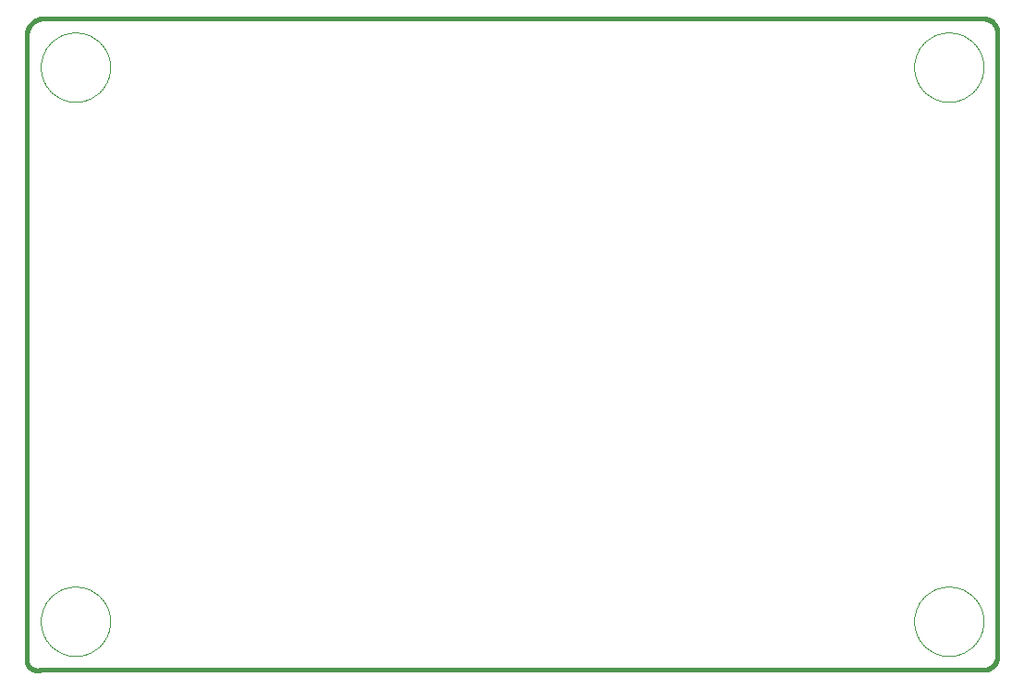
<source format=gbo>
G75*
%MOIN*%
%OFA0B0*%
%FSLAX25Y25*%
%IPPOS*%
%LPD*%
%AMOC8*
5,1,8,0,0,1.08239X$1,22.5*
%
%ADD10C,0.00100*%
%ADD11C,0.01600*%
D10*
X0022500Y0019503D02*
X0022504Y0019810D01*
X0022515Y0020116D01*
X0022534Y0020423D01*
X0022560Y0020728D01*
X0022594Y0021033D01*
X0022635Y0021337D01*
X0022684Y0021640D01*
X0022740Y0021942D01*
X0022804Y0022242D01*
X0022875Y0022540D01*
X0022953Y0022837D01*
X0023038Y0023132D01*
X0023131Y0023424D01*
X0023231Y0023714D01*
X0023338Y0024002D01*
X0023452Y0024287D01*
X0023572Y0024569D01*
X0023700Y0024847D01*
X0023835Y0025123D01*
X0023976Y0025395D01*
X0024124Y0025664D01*
X0024278Y0025929D01*
X0024439Y0026190D01*
X0024607Y0026448D01*
X0024780Y0026701D01*
X0024960Y0026949D01*
X0025146Y0027193D01*
X0025337Y0027433D01*
X0025535Y0027668D01*
X0025738Y0027897D01*
X0025947Y0028122D01*
X0026161Y0028342D01*
X0026381Y0028556D01*
X0026606Y0028765D01*
X0026835Y0028968D01*
X0027070Y0029166D01*
X0027310Y0029357D01*
X0027554Y0029543D01*
X0027802Y0029723D01*
X0028055Y0029896D01*
X0028313Y0030064D01*
X0028574Y0030225D01*
X0028839Y0030379D01*
X0029108Y0030527D01*
X0029380Y0030668D01*
X0029656Y0030803D01*
X0029934Y0030931D01*
X0030216Y0031051D01*
X0030501Y0031165D01*
X0030789Y0031272D01*
X0031079Y0031372D01*
X0031371Y0031465D01*
X0031666Y0031550D01*
X0031963Y0031628D01*
X0032261Y0031699D01*
X0032561Y0031763D01*
X0032863Y0031819D01*
X0033166Y0031868D01*
X0033470Y0031909D01*
X0033775Y0031943D01*
X0034080Y0031969D01*
X0034387Y0031988D01*
X0034693Y0031999D01*
X0035000Y0032003D01*
X0035307Y0031999D01*
X0035613Y0031988D01*
X0035920Y0031969D01*
X0036225Y0031943D01*
X0036530Y0031909D01*
X0036834Y0031868D01*
X0037137Y0031819D01*
X0037439Y0031763D01*
X0037739Y0031699D01*
X0038037Y0031628D01*
X0038334Y0031550D01*
X0038629Y0031465D01*
X0038921Y0031372D01*
X0039211Y0031272D01*
X0039499Y0031165D01*
X0039784Y0031051D01*
X0040066Y0030931D01*
X0040344Y0030803D01*
X0040620Y0030668D01*
X0040892Y0030527D01*
X0041161Y0030379D01*
X0041426Y0030225D01*
X0041687Y0030064D01*
X0041945Y0029896D01*
X0042198Y0029723D01*
X0042446Y0029543D01*
X0042690Y0029357D01*
X0042930Y0029166D01*
X0043165Y0028968D01*
X0043394Y0028765D01*
X0043619Y0028556D01*
X0043839Y0028342D01*
X0044053Y0028122D01*
X0044262Y0027897D01*
X0044465Y0027668D01*
X0044663Y0027433D01*
X0044854Y0027193D01*
X0045040Y0026949D01*
X0045220Y0026701D01*
X0045393Y0026448D01*
X0045561Y0026190D01*
X0045722Y0025929D01*
X0045876Y0025664D01*
X0046024Y0025395D01*
X0046165Y0025123D01*
X0046300Y0024847D01*
X0046428Y0024569D01*
X0046548Y0024287D01*
X0046662Y0024002D01*
X0046769Y0023714D01*
X0046869Y0023424D01*
X0046962Y0023132D01*
X0047047Y0022837D01*
X0047125Y0022540D01*
X0047196Y0022242D01*
X0047260Y0021942D01*
X0047316Y0021640D01*
X0047365Y0021337D01*
X0047406Y0021033D01*
X0047440Y0020728D01*
X0047466Y0020423D01*
X0047485Y0020116D01*
X0047496Y0019810D01*
X0047500Y0019503D01*
X0047496Y0019196D01*
X0047485Y0018890D01*
X0047466Y0018583D01*
X0047440Y0018278D01*
X0047406Y0017973D01*
X0047365Y0017669D01*
X0047316Y0017366D01*
X0047260Y0017064D01*
X0047196Y0016764D01*
X0047125Y0016466D01*
X0047047Y0016169D01*
X0046962Y0015874D01*
X0046869Y0015582D01*
X0046769Y0015292D01*
X0046662Y0015004D01*
X0046548Y0014719D01*
X0046428Y0014437D01*
X0046300Y0014159D01*
X0046165Y0013883D01*
X0046024Y0013611D01*
X0045876Y0013342D01*
X0045722Y0013077D01*
X0045561Y0012816D01*
X0045393Y0012558D01*
X0045220Y0012305D01*
X0045040Y0012057D01*
X0044854Y0011813D01*
X0044663Y0011573D01*
X0044465Y0011338D01*
X0044262Y0011109D01*
X0044053Y0010884D01*
X0043839Y0010664D01*
X0043619Y0010450D01*
X0043394Y0010241D01*
X0043165Y0010038D01*
X0042930Y0009840D01*
X0042690Y0009649D01*
X0042446Y0009463D01*
X0042198Y0009283D01*
X0041945Y0009110D01*
X0041687Y0008942D01*
X0041426Y0008781D01*
X0041161Y0008627D01*
X0040892Y0008479D01*
X0040620Y0008338D01*
X0040344Y0008203D01*
X0040066Y0008075D01*
X0039784Y0007955D01*
X0039499Y0007841D01*
X0039211Y0007734D01*
X0038921Y0007634D01*
X0038629Y0007541D01*
X0038334Y0007456D01*
X0038037Y0007378D01*
X0037739Y0007307D01*
X0037439Y0007243D01*
X0037137Y0007187D01*
X0036834Y0007138D01*
X0036530Y0007097D01*
X0036225Y0007063D01*
X0035920Y0007037D01*
X0035613Y0007018D01*
X0035307Y0007007D01*
X0035000Y0007003D01*
X0034693Y0007007D01*
X0034387Y0007018D01*
X0034080Y0007037D01*
X0033775Y0007063D01*
X0033470Y0007097D01*
X0033166Y0007138D01*
X0032863Y0007187D01*
X0032561Y0007243D01*
X0032261Y0007307D01*
X0031963Y0007378D01*
X0031666Y0007456D01*
X0031371Y0007541D01*
X0031079Y0007634D01*
X0030789Y0007734D01*
X0030501Y0007841D01*
X0030216Y0007955D01*
X0029934Y0008075D01*
X0029656Y0008203D01*
X0029380Y0008338D01*
X0029108Y0008479D01*
X0028839Y0008627D01*
X0028574Y0008781D01*
X0028313Y0008942D01*
X0028055Y0009110D01*
X0027802Y0009283D01*
X0027554Y0009463D01*
X0027310Y0009649D01*
X0027070Y0009840D01*
X0026835Y0010038D01*
X0026606Y0010241D01*
X0026381Y0010450D01*
X0026161Y0010664D01*
X0025947Y0010884D01*
X0025738Y0011109D01*
X0025535Y0011338D01*
X0025337Y0011573D01*
X0025146Y0011813D01*
X0024960Y0012057D01*
X0024780Y0012305D01*
X0024607Y0012558D01*
X0024439Y0012816D01*
X0024278Y0013077D01*
X0024124Y0013342D01*
X0023976Y0013611D01*
X0023835Y0013883D01*
X0023700Y0014159D01*
X0023572Y0014437D01*
X0023452Y0014719D01*
X0023338Y0015004D01*
X0023231Y0015292D01*
X0023131Y0015582D01*
X0023038Y0015874D01*
X0022953Y0016169D01*
X0022875Y0016466D01*
X0022804Y0016764D01*
X0022740Y0017064D01*
X0022684Y0017366D01*
X0022635Y0017669D01*
X0022594Y0017973D01*
X0022560Y0018278D01*
X0022534Y0018583D01*
X0022515Y0018890D01*
X0022504Y0019196D01*
X0022500Y0019503D01*
X0022500Y0219503D02*
X0022504Y0219810D01*
X0022515Y0220116D01*
X0022534Y0220423D01*
X0022560Y0220728D01*
X0022594Y0221033D01*
X0022635Y0221337D01*
X0022684Y0221640D01*
X0022740Y0221942D01*
X0022804Y0222242D01*
X0022875Y0222540D01*
X0022953Y0222837D01*
X0023038Y0223132D01*
X0023131Y0223424D01*
X0023231Y0223714D01*
X0023338Y0224002D01*
X0023452Y0224287D01*
X0023572Y0224569D01*
X0023700Y0224847D01*
X0023835Y0225123D01*
X0023976Y0225395D01*
X0024124Y0225664D01*
X0024278Y0225929D01*
X0024439Y0226190D01*
X0024607Y0226448D01*
X0024780Y0226701D01*
X0024960Y0226949D01*
X0025146Y0227193D01*
X0025337Y0227433D01*
X0025535Y0227668D01*
X0025738Y0227897D01*
X0025947Y0228122D01*
X0026161Y0228342D01*
X0026381Y0228556D01*
X0026606Y0228765D01*
X0026835Y0228968D01*
X0027070Y0229166D01*
X0027310Y0229357D01*
X0027554Y0229543D01*
X0027802Y0229723D01*
X0028055Y0229896D01*
X0028313Y0230064D01*
X0028574Y0230225D01*
X0028839Y0230379D01*
X0029108Y0230527D01*
X0029380Y0230668D01*
X0029656Y0230803D01*
X0029934Y0230931D01*
X0030216Y0231051D01*
X0030501Y0231165D01*
X0030789Y0231272D01*
X0031079Y0231372D01*
X0031371Y0231465D01*
X0031666Y0231550D01*
X0031963Y0231628D01*
X0032261Y0231699D01*
X0032561Y0231763D01*
X0032863Y0231819D01*
X0033166Y0231868D01*
X0033470Y0231909D01*
X0033775Y0231943D01*
X0034080Y0231969D01*
X0034387Y0231988D01*
X0034693Y0231999D01*
X0035000Y0232003D01*
X0035307Y0231999D01*
X0035613Y0231988D01*
X0035920Y0231969D01*
X0036225Y0231943D01*
X0036530Y0231909D01*
X0036834Y0231868D01*
X0037137Y0231819D01*
X0037439Y0231763D01*
X0037739Y0231699D01*
X0038037Y0231628D01*
X0038334Y0231550D01*
X0038629Y0231465D01*
X0038921Y0231372D01*
X0039211Y0231272D01*
X0039499Y0231165D01*
X0039784Y0231051D01*
X0040066Y0230931D01*
X0040344Y0230803D01*
X0040620Y0230668D01*
X0040892Y0230527D01*
X0041161Y0230379D01*
X0041426Y0230225D01*
X0041687Y0230064D01*
X0041945Y0229896D01*
X0042198Y0229723D01*
X0042446Y0229543D01*
X0042690Y0229357D01*
X0042930Y0229166D01*
X0043165Y0228968D01*
X0043394Y0228765D01*
X0043619Y0228556D01*
X0043839Y0228342D01*
X0044053Y0228122D01*
X0044262Y0227897D01*
X0044465Y0227668D01*
X0044663Y0227433D01*
X0044854Y0227193D01*
X0045040Y0226949D01*
X0045220Y0226701D01*
X0045393Y0226448D01*
X0045561Y0226190D01*
X0045722Y0225929D01*
X0045876Y0225664D01*
X0046024Y0225395D01*
X0046165Y0225123D01*
X0046300Y0224847D01*
X0046428Y0224569D01*
X0046548Y0224287D01*
X0046662Y0224002D01*
X0046769Y0223714D01*
X0046869Y0223424D01*
X0046962Y0223132D01*
X0047047Y0222837D01*
X0047125Y0222540D01*
X0047196Y0222242D01*
X0047260Y0221942D01*
X0047316Y0221640D01*
X0047365Y0221337D01*
X0047406Y0221033D01*
X0047440Y0220728D01*
X0047466Y0220423D01*
X0047485Y0220116D01*
X0047496Y0219810D01*
X0047500Y0219503D01*
X0047496Y0219196D01*
X0047485Y0218890D01*
X0047466Y0218583D01*
X0047440Y0218278D01*
X0047406Y0217973D01*
X0047365Y0217669D01*
X0047316Y0217366D01*
X0047260Y0217064D01*
X0047196Y0216764D01*
X0047125Y0216466D01*
X0047047Y0216169D01*
X0046962Y0215874D01*
X0046869Y0215582D01*
X0046769Y0215292D01*
X0046662Y0215004D01*
X0046548Y0214719D01*
X0046428Y0214437D01*
X0046300Y0214159D01*
X0046165Y0213883D01*
X0046024Y0213611D01*
X0045876Y0213342D01*
X0045722Y0213077D01*
X0045561Y0212816D01*
X0045393Y0212558D01*
X0045220Y0212305D01*
X0045040Y0212057D01*
X0044854Y0211813D01*
X0044663Y0211573D01*
X0044465Y0211338D01*
X0044262Y0211109D01*
X0044053Y0210884D01*
X0043839Y0210664D01*
X0043619Y0210450D01*
X0043394Y0210241D01*
X0043165Y0210038D01*
X0042930Y0209840D01*
X0042690Y0209649D01*
X0042446Y0209463D01*
X0042198Y0209283D01*
X0041945Y0209110D01*
X0041687Y0208942D01*
X0041426Y0208781D01*
X0041161Y0208627D01*
X0040892Y0208479D01*
X0040620Y0208338D01*
X0040344Y0208203D01*
X0040066Y0208075D01*
X0039784Y0207955D01*
X0039499Y0207841D01*
X0039211Y0207734D01*
X0038921Y0207634D01*
X0038629Y0207541D01*
X0038334Y0207456D01*
X0038037Y0207378D01*
X0037739Y0207307D01*
X0037439Y0207243D01*
X0037137Y0207187D01*
X0036834Y0207138D01*
X0036530Y0207097D01*
X0036225Y0207063D01*
X0035920Y0207037D01*
X0035613Y0207018D01*
X0035307Y0207007D01*
X0035000Y0207003D01*
X0034693Y0207007D01*
X0034387Y0207018D01*
X0034080Y0207037D01*
X0033775Y0207063D01*
X0033470Y0207097D01*
X0033166Y0207138D01*
X0032863Y0207187D01*
X0032561Y0207243D01*
X0032261Y0207307D01*
X0031963Y0207378D01*
X0031666Y0207456D01*
X0031371Y0207541D01*
X0031079Y0207634D01*
X0030789Y0207734D01*
X0030501Y0207841D01*
X0030216Y0207955D01*
X0029934Y0208075D01*
X0029656Y0208203D01*
X0029380Y0208338D01*
X0029108Y0208479D01*
X0028839Y0208627D01*
X0028574Y0208781D01*
X0028313Y0208942D01*
X0028055Y0209110D01*
X0027802Y0209283D01*
X0027554Y0209463D01*
X0027310Y0209649D01*
X0027070Y0209840D01*
X0026835Y0210038D01*
X0026606Y0210241D01*
X0026381Y0210450D01*
X0026161Y0210664D01*
X0025947Y0210884D01*
X0025738Y0211109D01*
X0025535Y0211338D01*
X0025337Y0211573D01*
X0025146Y0211813D01*
X0024960Y0212057D01*
X0024780Y0212305D01*
X0024607Y0212558D01*
X0024439Y0212816D01*
X0024278Y0213077D01*
X0024124Y0213342D01*
X0023976Y0213611D01*
X0023835Y0213883D01*
X0023700Y0214159D01*
X0023572Y0214437D01*
X0023452Y0214719D01*
X0023338Y0215004D01*
X0023231Y0215292D01*
X0023131Y0215582D01*
X0023038Y0215874D01*
X0022953Y0216169D01*
X0022875Y0216466D01*
X0022804Y0216764D01*
X0022740Y0217064D01*
X0022684Y0217366D01*
X0022635Y0217669D01*
X0022594Y0217973D01*
X0022560Y0218278D01*
X0022534Y0218583D01*
X0022515Y0218890D01*
X0022504Y0219196D01*
X0022500Y0219503D01*
X0337500Y0219503D02*
X0337504Y0219810D01*
X0337515Y0220116D01*
X0337534Y0220423D01*
X0337560Y0220728D01*
X0337594Y0221033D01*
X0337635Y0221337D01*
X0337684Y0221640D01*
X0337740Y0221942D01*
X0337804Y0222242D01*
X0337875Y0222540D01*
X0337953Y0222837D01*
X0338038Y0223132D01*
X0338131Y0223424D01*
X0338231Y0223714D01*
X0338338Y0224002D01*
X0338452Y0224287D01*
X0338572Y0224569D01*
X0338700Y0224847D01*
X0338835Y0225123D01*
X0338976Y0225395D01*
X0339124Y0225664D01*
X0339278Y0225929D01*
X0339439Y0226190D01*
X0339607Y0226448D01*
X0339780Y0226701D01*
X0339960Y0226949D01*
X0340146Y0227193D01*
X0340337Y0227433D01*
X0340535Y0227668D01*
X0340738Y0227897D01*
X0340947Y0228122D01*
X0341161Y0228342D01*
X0341381Y0228556D01*
X0341606Y0228765D01*
X0341835Y0228968D01*
X0342070Y0229166D01*
X0342310Y0229357D01*
X0342554Y0229543D01*
X0342802Y0229723D01*
X0343055Y0229896D01*
X0343313Y0230064D01*
X0343574Y0230225D01*
X0343839Y0230379D01*
X0344108Y0230527D01*
X0344380Y0230668D01*
X0344656Y0230803D01*
X0344934Y0230931D01*
X0345216Y0231051D01*
X0345501Y0231165D01*
X0345789Y0231272D01*
X0346079Y0231372D01*
X0346371Y0231465D01*
X0346666Y0231550D01*
X0346963Y0231628D01*
X0347261Y0231699D01*
X0347561Y0231763D01*
X0347863Y0231819D01*
X0348166Y0231868D01*
X0348470Y0231909D01*
X0348775Y0231943D01*
X0349080Y0231969D01*
X0349387Y0231988D01*
X0349693Y0231999D01*
X0350000Y0232003D01*
X0350307Y0231999D01*
X0350613Y0231988D01*
X0350920Y0231969D01*
X0351225Y0231943D01*
X0351530Y0231909D01*
X0351834Y0231868D01*
X0352137Y0231819D01*
X0352439Y0231763D01*
X0352739Y0231699D01*
X0353037Y0231628D01*
X0353334Y0231550D01*
X0353629Y0231465D01*
X0353921Y0231372D01*
X0354211Y0231272D01*
X0354499Y0231165D01*
X0354784Y0231051D01*
X0355066Y0230931D01*
X0355344Y0230803D01*
X0355620Y0230668D01*
X0355892Y0230527D01*
X0356161Y0230379D01*
X0356426Y0230225D01*
X0356687Y0230064D01*
X0356945Y0229896D01*
X0357198Y0229723D01*
X0357446Y0229543D01*
X0357690Y0229357D01*
X0357930Y0229166D01*
X0358165Y0228968D01*
X0358394Y0228765D01*
X0358619Y0228556D01*
X0358839Y0228342D01*
X0359053Y0228122D01*
X0359262Y0227897D01*
X0359465Y0227668D01*
X0359663Y0227433D01*
X0359854Y0227193D01*
X0360040Y0226949D01*
X0360220Y0226701D01*
X0360393Y0226448D01*
X0360561Y0226190D01*
X0360722Y0225929D01*
X0360876Y0225664D01*
X0361024Y0225395D01*
X0361165Y0225123D01*
X0361300Y0224847D01*
X0361428Y0224569D01*
X0361548Y0224287D01*
X0361662Y0224002D01*
X0361769Y0223714D01*
X0361869Y0223424D01*
X0361962Y0223132D01*
X0362047Y0222837D01*
X0362125Y0222540D01*
X0362196Y0222242D01*
X0362260Y0221942D01*
X0362316Y0221640D01*
X0362365Y0221337D01*
X0362406Y0221033D01*
X0362440Y0220728D01*
X0362466Y0220423D01*
X0362485Y0220116D01*
X0362496Y0219810D01*
X0362500Y0219503D01*
X0362496Y0219196D01*
X0362485Y0218890D01*
X0362466Y0218583D01*
X0362440Y0218278D01*
X0362406Y0217973D01*
X0362365Y0217669D01*
X0362316Y0217366D01*
X0362260Y0217064D01*
X0362196Y0216764D01*
X0362125Y0216466D01*
X0362047Y0216169D01*
X0361962Y0215874D01*
X0361869Y0215582D01*
X0361769Y0215292D01*
X0361662Y0215004D01*
X0361548Y0214719D01*
X0361428Y0214437D01*
X0361300Y0214159D01*
X0361165Y0213883D01*
X0361024Y0213611D01*
X0360876Y0213342D01*
X0360722Y0213077D01*
X0360561Y0212816D01*
X0360393Y0212558D01*
X0360220Y0212305D01*
X0360040Y0212057D01*
X0359854Y0211813D01*
X0359663Y0211573D01*
X0359465Y0211338D01*
X0359262Y0211109D01*
X0359053Y0210884D01*
X0358839Y0210664D01*
X0358619Y0210450D01*
X0358394Y0210241D01*
X0358165Y0210038D01*
X0357930Y0209840D01*
X0357690Y0209649D01*
X0357446Y0209463D01*
X0357198Y0209283D01*
X0356945Y0209110D01*
X0356687Y0208942D01*
X0356426Y0208781D01*
X0356161Y0208627D01*
X0355892Y0208479D01*
X0355620Y0208338D01*
X0355344Y0208203D01*
X0355066Y0208075D01*
X0354784Y0207955D01*
X0354499Y0207841D01*
X0354211Y0207734D01*
X0353921Y0207634D01*
X0353629Y0207541D01*
X0353334Y0207456D01*
X0353037Y0207378D01*
X0352739Y0207307D01*
X0352439Y0207243D01*
X0352137Y0207187D01*
X0351834Y0207138D01*
X0351530Y0207097D01*
X0351225Y0207063D01*
X0350920Y0207037D01*
X0350613Y0207018D01*
X0350307Y0207007D01*
X0350000Y0207003D01*
X0349693Y0207007D01*
X0349387Y0207018D01*
X0349080Y0207037D01*
X0348775Y0207063D01*
X0348470Y0207097D01*
X0348166Y0207138D01*
X0347863Y0207187D01*
X0347561Y0207243D01*
X0347261Y0207307D01*
X0346963Y0207378D01*
X0346666Y0207456D01*
X0346371Y0207541D01*
X0346079Y0207634D01*
X0345789Y0207734D01*
X0345501Y0207841D01*
X0345216Y0207955D01*
X0344934Y0208075D01*
X0344656Y0208203D01*
X0344380Y0208338D01*
X0344108Y0208479D01*
X0343839Y0208627D01*
X0343574Y0208781D01*
X0343313Y0208942D01*
X0343055Y0209110D01*
X0342802Y0209283D01*
X0342554Y0209463D01*
X0342310Y0209649D01*
X0342070Y0209840D01*
X0341835Y0210038D01*
X0341606Y0210241D01*
X0341381Y0210450D01*
X0341161Y0210664D01*
X0340947Y0210884D01*
X0340738Y0211109D01*
X0340535Y0211338D01*
X0340337Y0211573D01*
X0340146Y0211813D01*
X0339960Y0212057D01*
X0339780Y0212305D01*
X0339607Y0212558D01*
X0339439Y0212816D01*
X0339278Y0213077D01*
X0339124Y0213342D01*
X0338976Y0213611D01*
X0338835Y0213883D01*
X0338700Y0214159D01*
X0338572Y0214437D01*
X0338452Y0214719D01*
X0338338Y0215004D01*
X0338231Y0215292D01*
X0338131Y0215582D01*
X0338038Y0215874D01*
X0337953Y0216169D01*
X0337875Y0216466D01*
X0337804Y0216764D01*
X0337740Y0217064D01*
X0337684Y0217366D01*
X0337635Y0217669D01*
X0337594Y0217973D01*
X0337560Y0218278D01*
X0337534Y0218583D01*
X0337515Y0218890D01*
X0337504Y0219196D01*
X0337500Y0219503D01*
X0337500Y0019503D02*
X0337504Y0019810D01*
X0337515Y0020116D01*
X0337534Y0020423D01*
X0337560Y0020728D01*
X0337594Y0021033D01*
X0337635Y0021337D01*
X0337684Y0021640D01*
X0337740Y0021942D01*
X0337804Y0022242D01*
X0337875Y0022540D01*
X0337953Y0022837D01*
X0338038Y0023132D01*
X0338131Y0023424D01*
X0338231Y0023714D01*
X0338338Y0024002D01*
X0338452Y0024287D01*
X0338572Y0024569D01*
X0338700Y0024847D01*
X0338835Y0025123D01*
X0338976Y0025395D01*
X0339124Y0025664D01*
X0339278Y0025929D01*
X0339439Y0026190D01*
X0339607Y0026448D01*
X0339780Y0026701D01*
X0339960Y0026949D01*
X0340146Y0027193D01*
X0340337Y0027433D01*
X0340535Y0027668D01*
X0340738Y0027897D01*
X0340947Y0028122D01*
X0341161Y0028342D01*
X0341381Y0028556D01*
X0341606Y0028765D01*
X0341835Y0028968D01*
X0342070Y0029166D01*
X0342310Y0029357D01*
X0342554Y0029543D01*
X0342802Y0029723D01*
X0343055Y0029896D01*
X0343313Y0030064D01*
X0343574Y0030225D01*
X0343839Y0030379D01*
X0344108Y0030527D01*
X0344380Y0030668D01*
X0344656Y0030803D01*
X0344934Y0030931D01*
X0345216Y0031051D01*
X0345501Y0031165D01*
X0345789Y0031272D01*
X0346079Y0031372D01*
X0346371Y0031465D01*
X0346666Y0031550D01*
X0346963Y0031628D01*
X0347261Y0031699D01*
X0347561Y0031763D01*
X0347863Y0031819D01*
X0348166Y0031868D01*
X0348470Y0031909D01*
X0348775Y0031943D01*
X0349080Y0031969D01*
X0349387Y0031988D01*
X0349693Y0031999D01*
X0350000Y0032003D01*
X0350307Y0031999D01*
X0350613Y0031988D01*
X0350920Y0031969D01*
X0351225Y0031943D01*
X0351530Y0031909D01*
X0351834Y0031868D01*
X0352137Y0031819D01*
X0352439Y0031763D01*
X0352739Y0031699D01*
X0353037Y0031628D01*
X0353334Y0031550D01*
X0353629Y0031465D01*
X0353921Y0031372D01*
X0354211Y0031272D01*
X0354499Y0031165D01*
X0354784Y0031051D01*
X0355066Y0030931D01*
X0355344Y0030803D01*
X0355620Y0030668D01*
X0355892Y0030527D01*
X0356161Y0030379D01*
X0356426Y0030225D01*
X0356687Y0030064D01*
X0356945Y0029896D01*
X0357198Y0029723D01*
X0357446Y0029543D01*
X0357690Y0029357D01*
X0357930Y0029166D01*
X0358165Y0028968D01*
X0358394Y0028765D01*
X0358619Y0028556D01*
X0358839Y0028342D01*
X0359053Y0028122D01*
X0359262Y0027897D01*
X0359465Y0027668D01*
X0359663Y0027433D01*
X0359854Y0027193D01*
X0360040Y0026949D01*
X0360220Y0026701D01*
X0360393Y0026448D01*
X0360561Y0026190D01*
X0360722Y0025929D01*
X0360876Y0025664D01*
X0361024Y0025395D01*
X0361165Y0025123D01*
X0361300Y0024847D01*
X0361428Y0024569D01*
X0361548Y0024287D01*
X0361662Y0024002D01*
X0361769Y0023714D01*
X0361869Y0023424D01*
X0361962Y0023132D01*
X0362047Y0022837D01*
X0362125Y0022540D01*
X0362196Y0022242D01*
X0362260Y0021942D01*
X0362316Y0021640D01*
X0362365Y0021337D01*
X0362406Y0021033D01*
X0362440Y0020728D01*
X0362466Y0020423D01*
X0362485Y0020116D01*
X0362496Y0019810D01*
X0362500Y0019503D01*
X0362496Y0019196D01*
X0362485Y0018890D01*
X0362466Y0018583D01*
X0362440Y0018278D01*
X0362406Y0017973D01*
X0362365Y0017669D01*
X0362316Y0017366D01*
X0362260Y0017064D01*
X0362196Y0016764D01*
X0362125Y0016466D01*
X0362047Y0016169D01*
X0361962Y0015874D01*
X0361869Y0015582D01*
X0361769Y0015292D01*
X0361662Y0015004D01*
X0361548Y0014719D01*
X0361428Y0014437D01*
X0361300Y0014159D01*
X0361165Y0013883D01*
X0361024Y0013611D01*
X0360876Y0013342D01*
X0360722Y0013077D01*
X0360561Y0012816D01*
X0360393Y0012558D01*
X0360220Y0012305D01*
X0360040Y0012057D01*
X0359854Y0011813D01*
X0359663Y0011573D01*
X0359465Y0011338D01*
X0359262Y0011109D01*
X0359053Y0010884D01*
X0358839Y0010664D01*
X0358619Y0010450D01*
X0358394Y0010241D01*
X0358165Y0010038D01*
X0357930Y0009840D01*
X0357690Y0009649D01*
X0357446Y0009463D01*
X0357198Y0009283D01*
X0356945Y0009110D01*
X0356687Y0008942D01*
X0356426Y0008781D01*
X0356161Y0008627D01*
X0355892Y0008479D01*
X0355620Y0008338D01*
X0355344Y0008203D01*
X0355066Y0008075D01*
X0354784Y0007955D01*
X0354499Y0007841D01*
X0354211Y0007734D01*
X0353921Y0007634D01*
X0353629Y0007541D01*
X0353334Y0007456D01*
X0353037Y0007378D01*
X0352739Y0007307D01*
X0352439Y0007243D01*
X0352137Y0007187D01*
X0351834Y0007138D01*
X0351530Y0007097D01*
X0351225Y0007063D01*
X0350920Y0007037D01*
X0350613Y0007018D01*
X0350307Y0007007D01*
X0350000Y0007003D01*
X0349693Y0007007D01*
X0349387Y0007018D01*
X0349080Y0007037D01*
X0348775Y0007063D01*
X0348470Y0007097D01*
X0348166Y0007138D01*
X0347863Y0007187D01*
X0347561Y0007243D01*
X0347261Y0007307D01*
X0346963Y0007378D01*
X0346666Y0007456D01*
X0346371Y0007541D01*
X0346079Y0007634D01*
X0345789Y0007734D01*
X0345501Y0007841D01*
X0345216Y0007955D01*
X0344934Y0008075D01*
X0344656Y0008203D01*
X0344380Y0008338D01*
X0344108Y0008479D01*
X0343839Y0008627D01*
X0343574Y0008781D01*
X0343313Y0008942D01*
X0343055Y0009110D01*
X0342802Y0009283D01*
X0342554Y0009463D01*
X0342310Y0009649D01*
X0342070Y0009840D01*
X0341835Y0010038D01*
X0341606Y0010241D01*
X0341381Y0010450D01*
X0341161Y0010664D01*
X0340947Y0010884D01*
X0340738Y0011109D01*
X0340535Y0011338D01*
X0340337Y0011573D01*
X0340146Y0011813D01*
X0339960Y0012057D01*
X0339780Y0012305D01*
X0339607Y0012558D01*
X0339439Y0012816D01*
X0339278Y0013077D01*
X0339124Y0013342D01*
X0338976Y0013611D01*
X0338835Y0013883D01*
X0338700Y0014159D01*
X0338572Y0014437D01*
X0338452Y0014719D01*
X0338338Y0015004D01*
X0338231Y0015292D01*
X0338131Y0015582D01*
X0338038Y0015874D01*
X0337953Y0016169D01*
X0337875Y0016466D01*
X0337804Y0016764D01*
X0337740Y0017064D01*
X0337684Y0017366D01*
X0337635Y0017669D01*
X0337594Y0017973D01*
X0337560Y0018278D01*
X0337534Y0018583D01*
X0337515Y0018890D01*
X0337504Y0019196D01*
X0337500Y0019503D01*
D11*
X0017500Y0004503D02*
X0017500Y0229503D01*
X0017471Y0229659D01*
X0017445Y0229816D01*
X0017424Y0229974D01*
X0017406Y0230131D01*
X0017393Y0230290D01*
X0017383Y0230448D01*
X0017378Y0230607D01*
X0017376Y0230766D01*
X0017378Y0230925D01*
X0017385Y0231084D01*
X0017395Y0231242D01*
X0017409Y0231401D01*
X0017427Y0231559D01*
X0017449Y0231716D01*
X0017475Y0231873D01*
X0017505Y0232029D01*
X0017539Y0232184D01*
X0017576Y0232339D01*
X0017618Y0232492D01*
X0017663Y0232644D01*
X0017712Y0232796D01*
X0017765Y0232945D01*
X0017821Y0233094D01*
X0017882Y0233241D01*
X0017946Y0233387D01*
X0018013Y0233530D01*
X0018084Y0233673D01*
X0018159Y0233813D01*
X0018237Y0233951D01*
X0018318Y0234088D01*
X0018403Y0234222D01*
X0018491Y0234354D01*
X0018582Y0234484D01*
X0018677Y0234612D01*
X0018775Y0234737D01*
X0018876Y0234860D01*
X0018980Y0234980D01*
X0019087Y0235098D01*
X0019196Y0235213D01*
X0019309Y0235325D01*
X0019424Y0235434D01*
X0019542Y0235541D01*
X0019663Y0235644D01*
X0019786Y0235745D01*
X0019912Y0235842D01*
X0020040Y0235936D01*
X0020170Y0236027D01*
X0020303Y0236114D01*
X0020438Y0236199D01*
X0020574Y0236280D01*
X0020713Y0236357D01*
X0020854Y0236431D01*
X0020996Y0236501D01*
X0021140Y0236568D01*
X0021286Y0236632D01*
X0021434Y0236691D01*
X0021582Y0236747D01*
X0021732Y0236799D01*
X0021884Y0236848D01*
X0022036Y0236892D01*
X0022190Y0236933D01*
X0022345Y0236970D01*
X0022500Y0237003D01*
X0362500Y0237003D01*
X0362640Y0237001D01*
X0362780Y0236995D01*
X0362920Y0236985D01*
X0363060Y0236972D01*
X0363199Y0236954D01*
X0363338Y0236932D01*
X0363475Y0236907D01*
X0363613Y0236878D01*
X0363749Y0236845D01*
X0363884Y0236808D01*
X0364018Y0236767D01*
X0364151Y0236722D01*
X0364283Y0236674D01*
X0364413Y0236622D01*
X0364542Y0236567D01*
X0364669Y0236508D01*
X0364795Y0236445D01*
X0364919Y0236379D01*
X0365040Y0236310D01*
X0365160Y0236237D01*
X0365278Y0236160D01*
X0365393Y0236081D01*
X0365507Y0235998D01*
X0365617Y0235912D01*
X0365726Y0235823D01*
X0365832Y0235731D01*
X0365935Y0235636D01*
X0366036Y0235539D01*
X0366133Y0235438D01*
X0366228Y0235335D01*
X0366320Y0235229D01*
X0366409Y0235120D01*
X0366495Y0235010D01*
X0366578Y0234896D01*
X0366657Y0234781D01*
X0366734Y0234663D01*
X0366807Y0234543D01*
X0366876Y0234422D01*
X0366942Y0234298D01*
X0367005Y0234172D01*
X0367064Y0234045D01*
X0367119Y0233916D01*
X0367171Y0233786D01*
X0367219Y0233654D01*
X0367264Y0233521D01*
X0367305Y0233387D01*
X0367342Y0233252D01*
X0367375Y0233116D01*
X0367404Y0232978D01*
X0367429Y0232841D01*
X0367451Y0232702D01*
X0367469Y0232563D01*
X0367482Y0232423D01*
X0367492Y0232283D01*
X0367498Y0232143D01*
X0367500Y0232003D01*
X0367500Y0007003D01*
X0367498Y0006863D01*
X0367492Y0006723D01*
X0367482Y0006583D01*
X0367469Y0006443D01*
X0367451Y0006304D01*
X0367429Y0006165D01*
X0367404Y0006028D01*
X0367375Y0005890D01*
X0367342Y0005754D01*
X0367305Y0005619D01*
X0367264Y0005485D01*
X0367219Y0005352D01*
X0367171Y0005220D01*
X0367119Y0005090D01*
X0367064Y0004961D01*
X0367005Y0004834D01*
X0366942Y0004708D01*
X0366876Y0004584D01*
X0366807Y0004463D01*
X0366734Y0004343D01*
X0366657Y0004225D01*
X0366578Y0004110D01*
X0366495Y0003996D01*
X0366409Y0003886D01*
X0366320Y0003777D01*
X0366228Y0003671D01*
X0366133Y0003568D01*
X0366036Y0003467D01*
X0365935Y0003370D01*
X0365832Y0003275D01*
X0365726Y0003183D01*
X0365617Y0003094D01*
X0365507Y0003008D01*
X0365393Y0002925D01*
X0365278Y0002846D01*
X0365160Y0002769D01*
X0365040Y0002696D01*
X0364919Y0002627D01*
X0364795Y0002561D01*
X0364669Y0002498D01*
X0364542Y0002439D01*
X0364413Y0002384D01*
X0364283Y0002332D01*
X0364151Y0002284D01*
X0364018Y0002239D01*
X0363884Y0002198D01*
X0363749Y0002161D01*
X0363613Y0002128D01*
X0363475Y0002099D01*
X0363338Y0002074D01*
X0363199Y0002052D01*
X0363060Y0002034D01*
X0362920Y0002021D01*
X0362780Y0002011D01*
X0362640Y0002005D01*
X0362500Y0002003D01*
X0022500Y0002003D01*
X0022382Y0001965D01*
X0022262Y0001932D01*
X0022142Y0001902D01*
X0022020Y0001876D01*
X0021898Y0001853D01*
X0021775Y0001835D01*
X0021652Y0001820D01*
X0021528Y0001810D01*
X0021404Y0001803D01*
X0021280Y0001800D01*
X0021156Y0001801D01*
X0021032Y0001806D01*
X0020908Y0001815D01*
X0020784Y0001828D01*
X0020661Y0001844D01*
X0020539Y0001865D01*
X0020417Y0001889D01*
X0020296Y0001917D01*
X0020176Y0001949D01*
X0020057Y0001984D01*
X0019939Y0002024D01*
X0019823Y0002067D01*
X0019708Y0002113D01*
X0019594Y0002164D01*
X0019482Y0002217D01*
X0019372Y0002275D01*
X0019264Y0002335D01*
X0019157Y0002399D01*
X0019053Y0002467D01*
X0018951Y0002537D01*
X0018851Y0002611D01*
X0018753Y0002688D01*
X0018658Y0002768D01*
X0018566Y0002851D01*
X0018476Y0002937D01*
X0018389Y0003025D01*
X0018305Y0003116D01*
X0018223Y0003210D01*
X0018145Y0003307D01*
X0018070Y0003405D01*
X0017998Y0003506D01*
X0017929Y0003610D01*
X0017863Y0003715D01*
X0017801Y0003822D01*
X0017742Y0003932D01*
X0017686Y0004043D01*
X0017634Y0004156D01*
X0017586Y0004270D01*
X0017541Y0004386D01*
X0017500Y0004503D01*
M02*

</source>
